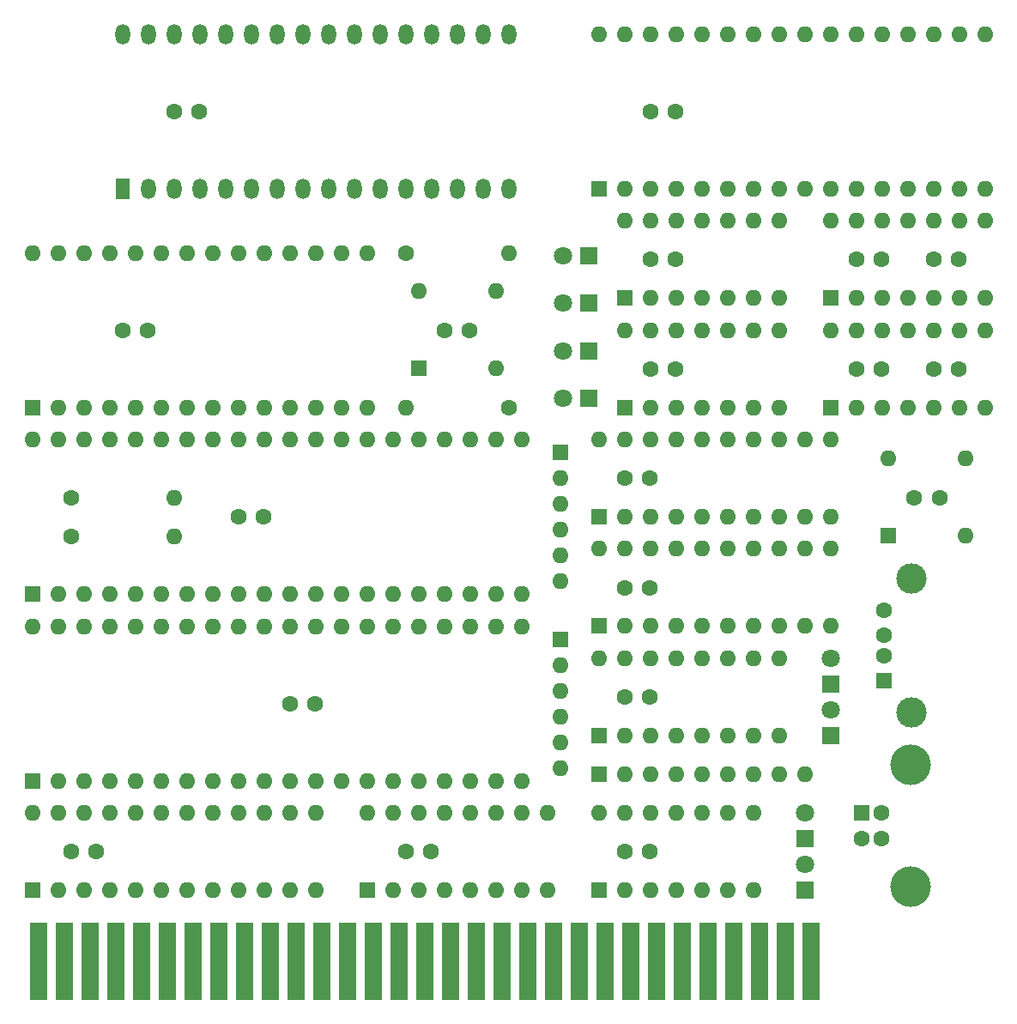
<source format=gbr>
G04 #@! TF.GenerationSoftware,KiCad,Pcbnew,7.0.7*
G04 #@! TF.CreationDate,2023-09-23T19:41:28-04:00*
G04 #@! TF.ProjectId,2 - CPU and core components (Rev 3),32202d20-4350-4552-9061-6e6420636f72,rev?*
G04 #@! TF.SameCoordinates,Original*
G04 #@! TF.FileFunction,Soldermask,Bot*
G04 #@! TF.FilePolarity,Negative*
%FSLAX46Y46*%
G04 Gerber Fmt 4.6, Leading zero omitted, Abs format (unit mm)*
G04 Created by KiCad (PCBNEW 7.0.7) date 2023-09-23 19:41:28*
%MOMM*%
%LPD*%
G01*
G04 APERTURE LIST*
%ADD10R,1.600000X1.600000*%
%ADD11O,1.600000X1.600000*%
%ADD12C,1.600000*%
%ADD13R,1.800000X1.800000*%
%ADD14C,1.800000*%
%ADD15R,1.440000X2.000000*%
%ADD16O,1.440000X2.000000*%
%ADD17R,1.780000X7.620000*%
%ADD18C,4.000000*%
%ADD19C,3.000000*%
G04 APERTURE END LIST*
D10*
X176843100Y-125032600D03*
D11*
X179383100Y-125032600D03*
X181923100Y-125032600D03*
X184463100Y-125032600D03*
X187003100Y-125032600D03*
X189543100Y-125032600D03*
X192083100Y-125032600D03*
X194623100Y-125032600D03*
X194623100Y-117412600D03*
X192083100Y-117412600D03*
X189543100Y-117412600D03*
X187003100Y-117412600D03*
X184463100Y-117412600D03*
X181923100Y-117412600D03*
X179383100Y-117412600D03*
X176843100Y-117412600D03*
D10*
X176858100Y-114227600D03*
D11*
X179398100Y-114227600D03*
X181938100Y-114227600D03*
X184478100Y-114227600D03*
X187018100Y-114227600D03*
X189558100Y-114227600D03*
X192098100Y-114227600D03*
X194638100Y-114227600D03*
X197178100Y-114227600D03*
X199718100Y-114227600D03*
X199718100Y-106607600D03*
X197178100Y-106607600D03*
X194638100Y-106607600D03*
X192098100Y-106607600D03*
X189558100Y-106607600D03*
X187018100Y-106607600D03*
X184478100Y-106607600D03*
X181938100Y-106607600D03*
X179398100Y-106607600D03*
X176858100Y-106607600D03*
D12*
X202273100Y-78042600D03*
X204773100Y-78042600D03*
D10*
X199713100Y-81852600D03*
D11*
X202253100Y-81852600D03*
X204793100Y-81852600D03*
X207333100Y-81852600D03*
X209873100Y-81852600D03*
X212413100Y-81852600D03*
X214953100Y-81852600D03*
X214953100Y-74232600D03*
X212413100Y-74232600D03*
X209873100Y-74232600D03*
X207333100Y-74232600D03*
X204793100Y-74232600D03*
X202253100Y-74232600D03*
X199713100Y-74232600D03*
D12*
X181953100Y-78042600D03*
X184453100Y-78042600D03*
D13*
X175842100Y-87059600D03*
D14*
X173302100Y-87059600D03*
D12*
X167963100Y-92647600D03*
D11*
X157803100Y-92647600D03*
D10*
X173043100Y-115507600D03*
D11*
X173043100Y-118047600D03*
X173043100Y-120587600D03*
X173043100Y-123127600D03*
X173043100Y-125667600D03*
X173043100Y-128207600D03*
D12*
X157803100Y-77407600D03*
D11*
X167963100Y-77407600D03*
D13*
X197173100Y-135212600D03*
D14*
X197173100Y-132672600D03*
D15*
X129863100Y-71057600D03*
D16*
X132403100Y-71057600D03*
X134943100Y-71057600D03*
X137483100Y-71057600D03*
X140023100Y-71057600D03*
X142563100Y-71057600D03*
X145103100Y-71057600D03*
X147643100Y-71057600D03*
X150183100Y-71057600D03*
X152723100Y-71057600D03*
X155263100Y-71057600D03*
X157803100Y-71057600D03*
X160343100Y-71057600D03*
X162883100Y-71057600D03*
X165423100Y-71057600D03*
X167963100Y-71057600D03*
X167963100Y-55817600D03*
X165423100Y-55817600D03*
X162883100Y-55817600D03*
X160343100Y-55817600D03*
X157803100Y-55817600D03*
X155263100Y-55817600D03*
X152723100Y-55817600D03*
X150183100Y-55817600D03*
X147643100Y-55817600D03*
X145103100Y-55817600D03*
X142563100Y-55817600D03*
X140023100Y-55817600D03*
X137483100Y-55817600D03*
X134943100Y-55817600D03*
X132403100Y-55817600D03*
X129863100Y-55817600D03*
D10*
X199713100Y-92647600D03*
D11*
X202253100Y-92647600D03*
X204793100Y-92647600D03*
X207333100Y-92647600D03*
X209873100Y-92647600D03*
X212413100Y-92647600D03*
X214953100Y-92647600D03*
X214953100Y-85027600D03*
X212413100Y-85027600D03*
X209873100Y-85027600D03*
X207333100Y-85027600D03*
X204793100Y-85027600D03*
X202253100Y-85027600D03*
X199713100Y-85027600D03*
D10*
X120973100Y-129477600D03*
D11*
X123513100Y-129477600D03*
X126053100Y-129477600D03*
X128593100Y-129477600D03*
X131133100Y-129477600D03*
X133673100Y-129477600D03*
X136213100Y-129477600D03*
X138753100Y-129477600D03*
X141293100Y-129477600D03*
X143833100Y-129477600D03*
X146373100Y-129477600D03*
X148913100Y-129477600D03*
X151453100Y-129477600D03*
X153993100Y-129477600D03*
X156533100Y-129477600D03*
X159073100Y-129477600D03*
X161613100Y-129477600D03*
X164153100Y-129477600D03*
X166693100Y-129477600D03*
X169233100Y-129477600D03*
X169233100Y-114237600D03*
X166693100Y-114237600D03*
X164153100Y-114237600D03*
X161613100Y-114237600D03*
X159073100Y-114237600D03*
X156533100Y-114237600D03*
X153993100Y-114237600D03*
X151453100Y-114237600D03*
X148913100Y-114237600D03*
X146373100Y-114237600D03*
X143833100Y-114237600D03*
X141293100Y-114237600D03*
X138753100Y-114237600D03*
X136213100Y-114237600D03*
X133673100Y-114237600D03*
X131133100Y-114237600D03*
X128593100Y-114237600D03*
X126053100Y-114237600D03*
X123513100Y-114237600D03*
X120973100Y-114237600D03*
D12*
X179413100Y-110427600D03*
X181913100Y-110427600D03*
X161633100Y-85027600D03*
X164133100Y-85027600D03*
D17*
X197808100Y-147257600D03*
X195268100Y-147257600D03*
X192728100Y-147257600D03*
X190188100Y-147257600D03*
X187648100Y-147257600D03*
X185108100Y-147257600D03*
X182568100Y-147257600D03*
X180028100Y-147257600D03*
X177488100Y-147257600D03*
X174948100Y-147257600D03*
X172408100Y-147257600D03*
X169868100Y-147257600D03*
X167328100Y-147257600D03*
X164788100Y-147257600D03*
X162248100Y-147257600D03*
X159708100Y-147257600D03*
X157168100Y-147257600D03*
X154628100Y-147257600D03*
X152088100Y-147257600D03*
X149548100Y-147257600D03*
X147008100Y-147257600D03*
X144468100Y-147257600D03*
X141928100Y-147257600D03*
X139388100Y-147257600D03*
X136848100Y-147257600D03*
X134308100Y-147257600D03*
X131768100Y-147257600D03*
X129228100Y-147257600D03*
X126688100Y-147257600D03*
X124148100Y-147257600D03*
X121608100Y-147257600D03*
D12*
X207988100Y-101537600D03*
X210488100Y-101537600D03*
D13*
X175837100Y-91758600D03*
D14*
X173297100Y-91758600D03*
D12*
X124783100Y-105347600D03*
D11*
X134943100Y-105347600D03*
D10*
X176843100Y-128842600D03*
D11*
X179383100Y-128842600D03*
X181923100Y-128842600D03*
X184463100Y-128842600D03*
X187003100Y-128842600D03*
X189543100Y-128842600D03*
X192083100Y-128842600D03*
X194623100Y-128842600D03*
X197163100Y-128842600D03*
D13*
X197173100Y-140272600D03*
D14*
X197173100Y-137732600D03*
D12*
X124803100Y-136462600D03*
X127303100Y-136462600D03*
D10*
X120973100Y-140272600D03*
D11*
X123513100Y-140272600D03*
X126053100Y-140272600D03*
X128593100Y-140272600D03*
X131133100Y-140272600D03*
X133673100Y-140272600D03*
X136213100Y-140272600D03*
X138753100Y-140272600D03*
X141293100Y-140272600D03*
X143833100Y-140272600D03*
X146373100Y-140272600D03*
X148913100Y-140272600D03*
X148913100Y-132652600D03*
X146373100Y-132652600D03*
X143833100Y-132652600D03*
X141293100Y-132652600D03*
X138753100Y-132652600D03*
X136213100Y-132652600D03*
X133673100Y-132652600D03*
X131133100Y-132652600D03*
X128593100Y-132652600D03*
X126053100Y-132652600D03*
X123513100Y-132652600D03*
X120973100Y-132652600D03*
D10*
X179388100Y-92647600D03*
D11*
X181928100Y-92647600D03*
X184468100Y-92647600D03*
X187008100Y-92647600D03*
X189548100Y-92647600D03*
X192088100Y-92647600D03*
X194628100Y-92647600D03*
X194628100Y-85027600D03*
X192088100Y-85027600D03*
X189548100Y-85027600D03*
X187008100Y-85027600D03*
X184468100Y-85027600D03*
X181928100Y-85027600D03*
X179388100Y-85027600D03*
D12*
X129883100Y-85027600D03*
X132383100Y-85027600D03*
X124783100Y-101537600D03*
D11*
X134943100Y-101537600D03*
D12*
X181953100Y-88837600D03*
X184453100Y-88837600D03*
D13*
X199713100Y-125037600D03*
D14*
X199713100Y-122497600D03*
D12*
X209893100Y-78042600D03*
X212393100Y-78042600D03*
X134943100Y-63437600D03*
X137443100Y-63437600D03*
D10*
X179393100Y-81852600D03*
D11*
X181933100Y-81852600D03*
X184473100Y-81852600D03*
X187013100Y-81852600D03*
X189553100Y-81852600D03*
X192093100Y-81852600D03*
X194633100Y-81852600D03*
X194633100Y-74232600D03*
X192093100Y-74232600D03*
X189553100Y-74232600D03*
X187013100Y-74232600D03*
X184473100Y-74232600D03*
X181933100Y-74232600D03*
X179393100Y-74232600D03*
D13*
X199713100Y-119957600D03*
D14*
X199713100Y-117417600D03*
D10*
X176853100Y-71057600D03*
D11*
X179393100Y-71057600D03*
X181933100Y-71057600D03*
X184473100Y-71057600D03*
X187013100Y-71057600D03*
X189553100Y-71057600D03*
X192093100Y-71057600D03*
X194633100Y-71057600D03*
X197173100Y-71057600D03*
X199713100Y-71057600D03*
X202253100Y-71057600D03*
X204793100Y-71057600D03*
X207333100Y-71057600D03*
X209873100Y-71057600D03*
X212413100Y-71057600D03*
X214953100Y-71057600D03*
X214953100Y-55817600D03*
X212413100Y-55817600D03*
X209873100Y-55817600D03*
X207333100Y-55817600D03*
X204793100Y-55817600D03*
X202253100Y-55817600D03*
X199713100Y-55817600D03*
X197173100Y-55817600D03*
X194633100Y-55817600D03*
X192093100Y-55817600D03*
X189553100Y-55817600D03*
X187013100Y-55817600D03*
X184473100Y-55817600D03*
X181933100Y-55817600D03*
X179393100Y-55817600D03*
X176853100Y-55817600D03*
D12*
X202273100Y-88837600D03*
X204773100Y-88837600D03*
X181953100Y-63437600D03*
X184453100Y-63437600D03*
D13*
X175842100Y-77661600D03*
D14*
X173302100Y-77661600D03*
D12*
X179413100Y-121222600D03*
X181913100Y-121222600D03*
X179413100Y-136462600D03*
X181913100Y-136462600D03*
D10*
X202755400Y-132672600D03*
D12*
X202755400Y-135172600D03*
X204755400Y-135172600D03*
X204755400Y-132672600D03*
D18*
X207615400Y-127922600D03*
X207615400Y-139922600D03*
D10*
X173043100Y-97092600D03*
D11*
X173043100Y-99632600D03*
X173043100Y-102172600D03*
X173043100Y-104712600D03*
X173043100Y-107252600D03*
X173043100Y-109792600D03*
D10*
X159083100Y-88827600D03*
D11*
X166703100Y-88827600D03*
X166703100Y-81207600D03*
X159083100Y-81207600D03*
D10*
X153993100Y-140272600D03*
D11*
X156533100Y-140272600D03*
X159073100Y-140272600D03*
X161613100Y-140272600D03*
X164153100Y-140272600D03*
X166693100Y-140272600D03*
X169233100Y-140272600D03*
X171773100Y-140272600D03*
X171773100Y-132652600D03*
X169233100Y-132652600D03*
X166693100Y-132652600D03*
X164153100Y-132652600D03*
X161613100Y-132652600D03*
X159073100Y-132652600D03*
X156533100Y-132652600D03*
X153993100Y-132652600D03*
D12*
X157823100Y-136462600D03*
X160323100Y-136462600D03*
D10*
X205026100Y-119642600D03*
D12*
X205026100Y-117142600D03*
X205026100Y-115142600D03*
X205026100Y-112642600D03*
D19*
X207736100Y-122712600D03*
X207736100Y-109572600D03*
D13*
X175842100Y-82360600D03*
D14*
X173302100Y-82360600D03*
D12*
X209893100Y-88837600D03*
X212393100Y-88837600D03*
D10*
X205438100Y-105337600D03*
D11*
X213058100Y-105337600D03*
X213058100Y-97717600D03*
X205438100Y-97717600D03*
D10*
X120973100Y-92647600D03*
D11*
X123513100Y-92647600D03*
X126053100Y-92647600D03*
X128593100Y-92647600D03*
X131133100Y-92647600D03*
X133673100Y-92647600D03*
X136213100Y-92647600D03*
X138753100Y-92647600D03*
X141293100Y-92647600D03*
X143833100Y-92647600D03*
X146373100Y-92647600D03*
X148913100Y-92647600D03*
X151453100Y-92647600D03*
X153993100Y-92647600D03*
X153993100Y-77407600D03*
X151453100Y-77407600D03*
X148913100Y-77407600D03*
X146373100Y-77407600D03*
X143833100Y-77407600D03*
X141293100Y-77407600D03*
X138753100Y-77407600D03*
X136213100Y-77407600D03*
X133673100Y-77407600D03*
X131133100Y-77407600D03*
X128593100Y-77407600D03*
X126053100Y-77407600D03*
X123513100Y-77407600D03*
X120973100Y-77407600D03*
D12*
X141313100Y-103442600D03*
X143813100Y-103442600D03*
D10*
X120973100Y-111062600D03*
D11*
X123513100Y-111062600D03*
X126053100Y-111062600D03*
X128593100Y-111062600D03*
X131133100Y-111062600D03*
X133673100Y-111062600D03*
X136213100Y-111062600D03*
X138753100Y-111062600D03*
X141293100Y-111062600D03*
X143833100Y-111062600D03*
X146373100Y-111062600D03*
X148913100Y-111062600D03*
X151453100Y-111062600D03*
X153993100Y-111062600D03*
X156533100Y-111062600D03*
X159073100Y-111062600D03*
X161613100Y-111062600D03*
X164153100Y-111062600D03*
X166693100Y-111062600D03*
X169233100Y-111062600D03*
X169233100Y-95822600D03*
X166693100Y-95822600D03*
X164153100Y-95822600D03*
X161613100Y-95822600D03*
X159073100Y-95822600D03*
X156533100Y-95822600D03*
X153993100Y-95822600D03*
X151453100Y-95822600D03*
X148913100Y-95822600D03*
X146373100Y-95822600D03*
X143833100Y-95822600D03*
X141293100Y-95822600D03*
X138753100Y-95822600D03*
X136213100Y-95822600D03*
X133673100Y-95822600D03*
X131133100Y-95822600D03*
X128593100Y-95822600D03*
X126053100Y-95822600D03*
X123513100Y-95822600D03*
X120973100Y-95822600D03*
D10*
X176853100Y-103442600D03*
D11*
X179393100Y-103442600D03*
X181933100Y-103442600D03*
X184473100Y-103442600D03*
X187013100Y-103442600D03*
X189553100Y-103442600D03*
X192093100Y-103442600D03*
X194633100Y-103442600D03*
X197173100Y-103442600D03*
X199713100Y-103442600D03*
X199713100Y-95822600D03*
X197173100Y-95822600D03*
X194633100Y-95822600D03*
X192093100Y-95822600D03*
X189553100Y-95822600D03*
X187013100Y-95822600D03*
X184473100Y-95822600D03*
X181933100Y-95822600D03*
X179393100Y-95822600D03*
X176853100Y-95822600D03*
D12*
X146393100Y-121857600D03*
X148893100Y-121857600D03*
X179413100Y-99632600D03*
X181913100Y-99632600D03*
D10*
X176853100Y-140272600D03*
D11*
X179393100Y-140272600D03*
X181933100Y-140272600D03*
X184473100Y-140272600D03*
X187013100Y-140272600D03*
X189553100Y-140272600D03*
X192093100Y-140272600D03*
X192093100Y-132652600D03*
X189553100Y-132652600D03*
X187013100Y-132652600D03*
X184473100Y-132652600D03*
X181933100Y-132652600D03*
X179393100Y-132652600D03*
X176853100Y-132652600D03*
M02*

</source>
